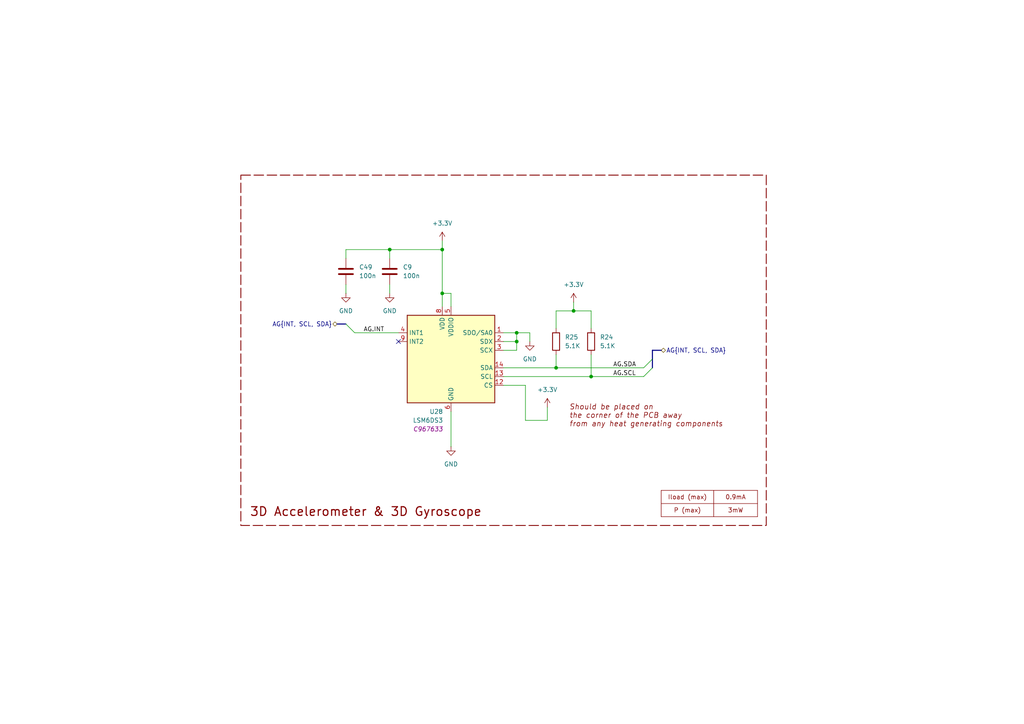
<source format=kicad_sch>
(kicad_sch (version 20250114) (generator "eeschema") (generator_version "9.0")
  (paper "A4")
  (title_block (title "3D Accelerometer & 3D Gyroscope") (date "2025-09-05") (rev "v0.0") (company "TJ71PL") (comment 1 "天計") (comment 4 "Final verification complete"))
  (lib_symbols
    (symbol "Device:C" (pin_numbers (hide yes)) (pin_names (offset 0.254))
      (property "Reference" "C" (at 0.635 2.54 0))
      (property "Value" "C" (at 0.635 -2.54 0))
      (symbol "C_0_1"
        (polyline (pts (xy -2.032 0.762) (xy 2.032 0.762)) (stroke (width 0.508)))
        (polyline (pts (xy -2.032 -0.762) (xy 2.032 -0.762)) (stroke (width 0.508)))
      )
      (symbol "C_1_1"
        (pin passive line (at 0 3.81 270) (length 2.794) (name "~") (number "1"))
        (pin passive line (at 0 -3.81 90) (length 2.794) (name "~") (number "2"))
      )
    )
    (symbol "Device:R" (pin_numbers (hide yes)) (pin_names (offset 0))
      (property "Reference" "R" (at 2.032 0 90))
      (property "Value" "R" (at 0 0 90))
      (symbol "R_0_1"
        (rectangle (start -1.016 -2.54) (end 1.016 2.54) (stroke (width 0.254)))
      )
      (symbol "R_1_1"
        (pin passive line (at 0 3.81 270) (length 1.27) (name "~") (number "1"))
        (pin passive line (at 0 -3.81 90) (length 1.27) (name "~") (number "2"))
      )
    )
    (symbol "Sensor_Motion:LSM6DS3"
      (property "Reference" "U" (at -11.43 15.24 0))
      (property "Value" "LSM6DS3" (at -11.43 12.7 0))
      (symbol "LSM6DS3_0_1"
        (rectangle (start -12.7 12.7) (end 12.7 -12.7) (stroke (width 0.254)) (fill (type background)))
      )
      (symbol "LSM6DS3_1_1"
        (pin bidirectional line (at -15.24 7.62 0) (length 2.54) (name "SDO/SA0") (number "1"))
        (pin bidirectional line (at -15.24 5.08 0) (length 2.54) (name "SDX") (number "2"))
        (pin input line (at -15.24 2.54 0) (length 2.54) (name "SCX") (number "3"))
        (pin bidirectional line (at -15.24 -2.54 0) (length 2.54) (name "SDA") (number "14"))
        (pin input line (at -15.24 -5.08 0) (length 2.54) (name "SCL") (number "13"))
        (pin input line (at -15.24 -7.62 0) (length 2.54) (name "CS") (number "12"))
        (pin power_in line (at 0 15.24 270) (length 2.54) (name "VDDIO") (number "5"))
        (pin power_in line (at 0 -15.24 90) (length 2.54) (name "GND") (number "6"))
        (pin passive line (at 0 -15.24 90) (length 2.54) (hide yes) (name "GND") (number "7"))
        (pin power_in line (at 2.54 15.24 270) (length 2.54) (name "VDD") (number "8"))
        (pin no_connect line (at 12.7 -2.54 180) (length 3.81) (hide yes) (name "NC") (number "11"))
        (pin no_connect line (at 12.7 -5.08 180) (length 3.81) (hide yes) (name "NC") (number "10"))
        (pin output line (at 15.24 7.62 180) (length 2.54) (name "INT1") (number "4"))
        (pin output line (at 15.24 5.08 180) (length 2.54) (name "INT2") (number "9"))
      )
    )
    (symbol "power:+3.3V" (power) (pin_numbers (hide yes)) (pin_names (offset 0) (hide yes))
      (property "Value" "+3.3V" (at 0 3.556 0))
      (symbol "+3.3V_0_1"
        (polyline (pts (xy -0.762 1.27) (xy 0 2.54)))
        (polyline (pts (xy 0 2.54) (xy 0.762 1.27)))
        (polyline (pts (xy 0 0) (xy 0 2.54)))
      )
      (symbol "+3.3V_1_1"
        (pin power_in line (at 0 0 90) (length 0) (name "~") (number "1"))
      )
    )
    (symbol "power:GND" (power) (pin_numbers (hide yes)) (pin_names (offset 0) (hide yes))
      (property "Value" "GND" (at 0 -3.81 0))
      (symbol "GND_0_1"
        (polyline (pts (xy 0 0) (xy 0 -1.27) (xy 1.27 -1.27) (xy 0 -2.54) (xy -1.27 -1.27) (xy 0 -1.27)))
      )
      (symbol "GND_1_1"
        (pin power_in line (at 0 0 270) (length 0) (name "~") (number "1"))
      )
    )
  )
  (rectangle (start 69.85 50.8) (end 222.25 152.4) (stroke (width 0.254) (type dash) (color 132 0 0 1)))
  (text "Should be placed on \nthe corner of the PCB away \nfrom any heat generating components" (at 165.1 120.65 0) (effects (font (size 1.524 1.524) (thickness 0.1588) (italic yes)) (justify left)))
  (text "3D Accelerometer & 3D Gyroscope" (at 72.39 148.59 0) (effects (font (size 2.54 2.54) (thickness 0.3175)) (justify left)))
  (junction (at 128.27 85.09))
  (junction (at 128.27 72.39))
  (junction (at 149.86 96.52))
  (junction (at 171.45 109.22))
  (junction (at 166.37 90.17))
  (junction (at 113.03 72.39))
  (junction (at 149.86 99.06))
  (junction (at 161.29 106.68))
  (no_connect (at 115.57 99.06))
  (bus_entry (at 189.23 106.68) (size -2.54 2.54))
  (bus_entry (at 100.33 93.98) (size 2.54 2.54))
  (bus_entry (at 189.23 104.14) (size -2.54 2.54))
  (wire (pts (xy 152.4 121.92) (xy 152.4 111.76)))
  (wire (pts (xy 166.37 87.63) (xy 166.37 90.17)))
  (wire (pts (xy 146.05 96.52) (xy 149.86 96.52)))
  (wire (pts (xy 102.87 96.52) (xy 115.57 96.52)))
  (wire (pts (xy 152.4 111.76) (xy 146.05 111.76)))
  (wire (pts (xy 113.03 82.55) (xy 113.03 85.09)))
  (wire (pts (xy 153.67 96.52) (xy 153.67 99.06)))
  (wire (pts (xy 158.75 121.92) (xy 152.4 121.92)))
  (wire (pts (xy 149.86 101.6) (xy 149.86 99.06)))
  (wire (pts (xy 146.05 109.22) (xy 171.45 109.22)))
  (wire (pts (xy 146.05 101.6) (xy 149.86 101.6)))
  (wire (pts (xy 128.27 69.85) (xy 128.27 72.39)))
  (wire (pts (xy 171.45 109.22) (xy 186.69 109.22)))
  (wire (pts (xy 158.75 118.11) (xy 158.75 121.92)))
  (wire (pts (xy 146.05 106.68) (xy 161.29 106.68)))
  (wire (pts (xy 130.81 119.38) (xy 130.81 129.54)))
  (wire (pts (xy 149.86 99.06) (xy 149.86 96.52)))
  (bus (pts (xy 189.23 104.14) (xy 189.23 106.68)))
  (wire (pts (xy 130.81 85.09) (xy 130.81 88.9)))
  (wire (pts (xy 100.33 72.39) (xy 113.03 72.39)))
  (wire (pts (xy 149.86 96.52) (xy 153.67 96.52)))
  (wire (pts (xy 113.03 72.39) (xy 113.03 74.93)))
  (wire (pts (xy 171.45 102.87) (xy 171.45 109.22)))
  (bus (pts (xy 189.23 101.6) (xy 189.23 104.14)))
  (wire (pts (xy 146.05 99.06) (xy 149.86 99.06)))
  (wire (pts (xy 128.27 85.09) (xy 130.81 85.09)))
  (wire (pts (xy 166.37 90.17) (xy 171.45 90.17)))
  (wire (pts (xy 161.29 106.68) (xy 186.69 106.68)))
  (wire (pts (xy 100.33 74.93) (xy 100.33 72.39)))
  (bus (pts (xy 191.77 101.6) (xy 189.23 101.6)))
  (wire (pts (xy 161.29 102.87) (xy 161.29 106.68)))
  (wire (pts (xy 161.29 90.17) (xy 166.37 90.17)))
  (wire (pts (xy 128.27 72.39) (xy 128.27 85.09)))
  (bus (pts (xy 97.79 93.98) (xy 100.33 93.98)))
  (wire (pts (xy 161.29 90.17) (xy 161.29 95.25)))
  (wire (pts (xy 113.03 72.39) (xy 128.27 72.39)))
  (wire (pts (xy 171.45 95.25) (xy 171.45 90.17)))
  (wire (pts (xy 100.33 82.55) (xy 100.33 85.09)))
  (wire (pts (xy 128.27 88.9) (xy 128.27 85.09)))
  (table (column_count 2) (border (external yes) (header yes) (stroke (width 0.2032) (color 132 0 0 1))) (separators (rows yes) (cols yes) (stroke (width 0.2032) (color 132 0 0 1))) (column_widths 15.24 12.7) (row_heights 3.81 3.81) (cells (table_cell "Iload (max)" (at 191.77 142.24 0) (size 15.24 3.81) (margins 0.9525 0.9525 0.9525 0.9525) (span 1 1)) (table_cell "0.9mA" (at 207.01 142.24 0) (size 12.7 3.81) (margins 0.9525 0.9525 0.9525 0.9525) (span 1 1)) (table_cell "P (max)" (at 191.77 146.05 0) (size 15.24 3.81) (margins 0.9525 0.9525 0.9525 0.9525) (span 1 1)) (table_cell "3mW" (at 207.01 146.05 0) (size 12.7 3.81) (margins 0.9525 0.9525 0.9525 0.9525) (span 1 1))))
  (label "AG.SDA" (at 177.8 106.68 0))
  (label "AG.SCL" (at 177.8 109.22 0))
  (label "AG.INT" (at 105.41 96.52 0))
  (hierarchical_label "AG{INT, SCL, SDA}" (shape bidirectional) (at 191.77 101.6 0))
  (hierarchical_label "AG{INT, SCL, SDA}" (shape bidirectional) (at 97.79 93.98 180))
  (symbol (lib_id "Device:R") (at 161.29 99.06 0) (unit 1)
    (property "Reference" "R25" (at 163.83 97.7899 0) (effects (justify left)))
    (property "Value" "5.1K" (at 163.83 100.3299 0) (effects (justify left)))
    (property "Footprint" "Resistor_SMD:R_0603_1608Metric" (effects (hide yes)))
    (property "Description" "Resistor" (effects (hide yes)))
  )
  (symbol (lib_id "Device:R") (at 171.45 99.06 0) (unit 1)
    (property "Reference" "R24" (at 173.99 97.7899 0) (effects (justify left)))
    (property "Value" "5.1K" (at 173.99 100.3299 0) (effects (justify left)))
    (property "Footprint" "Resistor_SMD:R_0603_1608Metric" (effects (hide yes)))
    (property "Description" "Resistor" (effects (hide yes)))
  )
  (symbol (lib_id "power:+3.3V") (at 166.37 87.63 0) (mirror y) (unit 1)
    (property "Reference" "#PWR026" (effects (hide yes)))
    (property "Value" "+3.3V" (at 166.37 82.55 0))
    (property "Description" "Power symbol creates a global label with name \"+3.3V\"" (effects (hide yes)))
  )
  (symbol (lib_id "power:+3.3V") (at 128.27 69.85 0) (mirror y) (unit 1)
    (property "Reference" "#PWR022" (effects (hide yes)))
    (property "Value" "+3.3V" (at 128.27 64.77 0))
    (property "Description" "Power symbol creates a global label with name \"+3.3V\"" (effects (hide yes)))
  )
  (symbol (lib_id "Sensor_Motion:LSM6DS3") (at 130.81 104.14 0) (mirror y) (unit 1)
    (property "Reference" "U28" (at 128.524 119.38 0) (effects (justify left)))
    (property "Value" "LSM6DS3" (at 128.524 121.92 0) (effects (justify left)))
    (property "Footprint" "Package_LGA:LGA-14_3x2.5mm_P0.5mm_LayoutBorder3x4y" (effects (hide yes)))
    (property "Datasheet" "https://www.st.com/resource/en/datasheet/lsm6ds3tr-c.pdf" (effects (hide yes)))
    (property "Description" "I2C/SPI, iNEMO inertial module: always-on 3D accelerometer and 3D gyroscope" (effects (hide yes)))
    (property "LCSC" "C967633" (at 128.524 124.46 0) (effects (font (thickness 0.1588) (italic yes)) (justify left)))
  )
  (symbol (lib_id "Device:C") (at 113.03 78.74 0) (mirror y) (unit 1)
    (property "Reference" "C9" (at 116.84 77.4699 0) (effects (justify right)))
    (property "Value" "100n" (at 116.84 80.0099 0) (effects (justify right)))
    (property "Footprint" "Capacitor_SMD:C_0603_1608Metric" (effects (hide yes)))
    (property "Description" "Unpolarized capacitor" (effects (hide yes)))
  )
  (symbol (lib_id "power:GND") (at 113.03 85.09 0) (mirror y) (unit 1)
    (property "Reference" "#PWR021" (effects (hide yes)))
    (property "Value" "GND" (at 113.03 90.17 0))
    (property "Description" "Power symbol creates a global label with name \"GND\" , ground" (effects (hide yes)))
  )
  (symbol (lib_id "power:+3.3V") (at 158.75 118.11 0) (mirror y) (unit 1)
    (property "Reference" "#PWR025" (effects (hide yes)))
    (property "Value" "+3.3V" (at 158.75 113.03 0))
    (property "Description" "Power symbol creates a global label with name \"+3.3V\"" (effects (hide yes)))
  )
  (symbol (lib_id "Device:C") (at 100.33 78.74 0) (mirror y) (unit 1)
    (property "Reference" "C49" (at 104.14 77.4699 0) (effects (justify right)))
    (property "Value" "100n" (at 104.14 80.0099 0) (effects (justify right)))
    (property "Footprint" "Capacitor_SMD:C_0603_1608Metric" (effects (hide yes)))
    (property "Description" "Unpolarized capacitor" (effects (hide yes)))
  )
  (symbol (lib_id "power:GND") (at 100.33 85.09 0) (mirror y) (unit 1)
    (property "Reference" "#PWR0115" (effects (hide yes)))
    (property "Value" "GND" (at 100.33 90.17 0))
    (property "Description" "Power symbol creates a global label with name \"GND\" , ground" (effects (hide yes)))
  )
  (symbol (lib_id "power:GND") (at 130.81 129.54 0) (mirror y) (unit 1)
    (property "Reference" "#PWR023" (effects (hide yes)))
    (property "Value" "GND" (at 130.81 134.62 0))
    (property "Description" "Power symbol creates a global label with name \"GND\" , ground" (effects (hide yes)))
  )
  (symbol (lib_id "power:GND") (at 153.67 99.06 0) (mirror y) (unit 1)
    (property "Reference" "#PWR024" (effects (hide yes)))
    (property "Value" "GND" (at 153.67 104.14 0))
    (property "Description" "Power symbol creates a global label with name \"GND\" , ground" (effects (hide yes)))
  )
)
</source>
